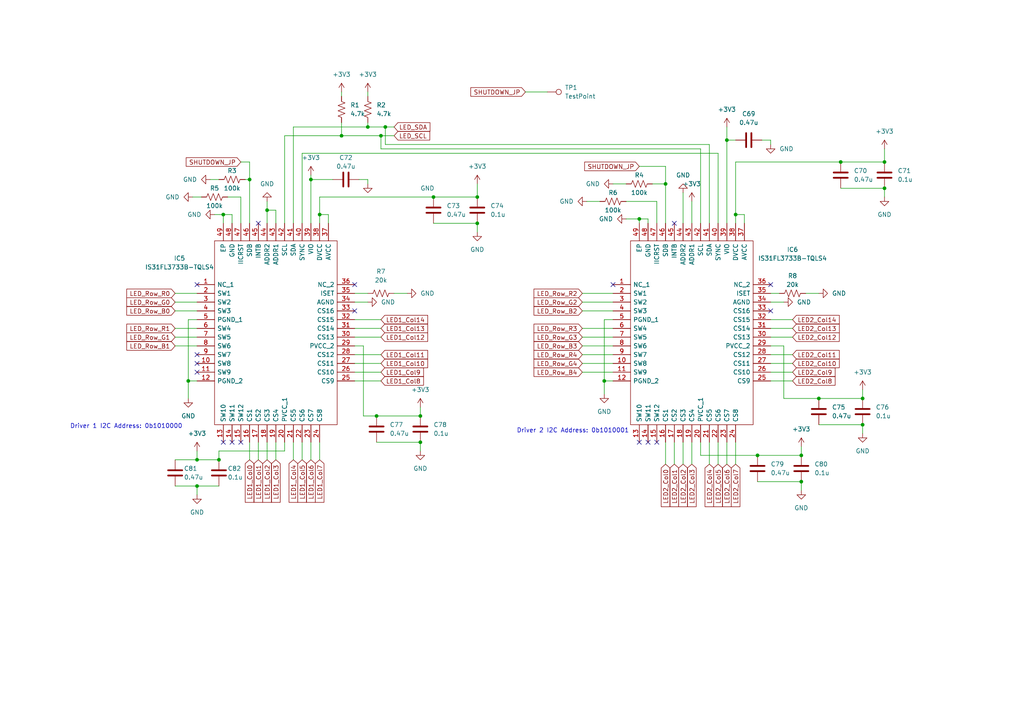
<source format=kicad_sch>
(kicad_sch (version 20211123) (generator eeschema)
  (paper "A4")
  (lib_symbols
    (symbol "Connector:TestPoint" (pin_numbers hide) (pin_names (offset 0.762) hide)
      (property "Reference" "TP" (at 0 6.858 0))
      (property "Value" "TestPoint" (at 0 5.08 0))
      (symbol "TestPoint_0_1"
        (circle (center 0 3.302) (radius 0.762))
      )
      (symbol "TestPoint_1_1"
        (pin passive line (at 0 0 90) (length 2.54) (name "1") (number "1"))
      )
    )
    (symbol "Device:C" (pin_numbers hide) (pin_names (offset 0.254))
      (property "Reference" "C" (at 0.635 2.54 0))
      (property "Value" "C" (at 0.635 -2.54 0))
      (symbol "C_0_1"
        (polyline (pts (xy -2.032 -0.762) (xy 2.032 -0.762)) (stroke (width 0.508)))
        (polyline (pts (xy -2.032 0.762) (xy 2.032 0.762)) (stroke (width 0.508)))
      )
      (symbol "C_1_1"
        (pin passive line (at 0 3.81 270) (length 2.794) (name "~") (number "1"))
        (pin passive line (at 0 -3.81 90) (length 2.794) (name "~") (number "2"))
      )
    )
    (symbol "Device:R_US" (pin_numbers hide) (pin_names (offset 0))
      (property "Reference" "R" (at 2.54 0 90))
      (property "Value" "R_US" (at -2.54 0 90))
      (symbol "R_US_0_1"
        (polyline (pts (xy 0 -2.286) (xy 0 -2.54)))
        (polyline (pts (xy 0 2.286) (xy 0 2.54)))
        (polyline (pts (xy 0 -0.762) (xy 1.016 -1.143) (xy 0 -1.524) (xy -1.016 -1.905) (xy 0 -2.286)))
        (polyline (pts (xy 0 0.762) (xy 1.016 0.381) (xy 0 0) (xy -1.016 -0.381) (xy 0 -0.762)))
        (polyline (pts (xy 0 2.286) (xy 1.016 1.905) (xy 0 1.524) (xy -1.016 1.143) (xy 0 0.762)))
      )
      (symbol "R_US_1_1"
        (pin passive line (at 0 3.81 270) (length 1.27) (name "~") (number "1"))
        (pin passive line (at 0 -3.81 90) (length 1.27) (name "~") (number "2"))
      )
    )
    (symbol "SamacSys_Parts:IS31FL3733B-TQLS4" (pin_names (offset 0.762))
      (property "Reference" "IC" (at 41.91 17.78 0))
      (property "Value" "IS31FL3733B-TQLS4" (at 41.91 15.24 0))
      (symbol "IS31FL3733B-TQLS4_0_0"
        (pin passive line (at 0 0 0) (length 5.08) (name "NC_1") (number "1"))
        (pin passive line (at 0 -22.86 0) (length 5.08) (name "SW8") (number "10"))
        (pin passive line (at 0 -25.4 0) (length 5.08) (name "SW9") (number "11"))
        (pin passive line (at 0 -27.94 0) (length 5.08) (name "PGND_2") (number "12"))
        (pin passive line (at 7.62 -45.72 90) (length 5.08) (name "SW10") (number "13"))
        (pin passive line (at 10.16 -45.72 90) (length 5.08) (name "SW11") (number "14"))
        (pin passive line (at 12.7 -45.72 90) (length 5.08) (name "SW12") (number "15"))
        (pin passive line (at 15.24 -45.72 90) (length 5.08) (name "CS1") (number "16"))
        (pin passive line (at 17.78 -45.72 90) (length 5.08) (name "CS2") (number "17"))
        (pin passive line (at 20.32 -45.72 90) (length 5.08) (name "CS3") (number "18"))
        (pin passive line (at 22.86 -45.72 90) (length 5.08) (name "CS4") (number "19"))
        (pin passive line (at 0 -2.54 0) (length 5.08) (name "SW1") (number "2"))
        (pin passive line (at 25.4 -45.72 90) (length 5.08) (name "PVCC_1") (number "20"))
        (pin passive line (at 27.94 -45.72 90) (length 5.08) (name "CS5") (number "21"))
        (pin passive line (at 30.48 -45.72 90) (length 5.08) (name "CS6") (number "22"))
        (pin passive line (at 33.02 -45.72 90) (length 5.08) (name "CS7") (number "23"))
        (pin passive line (at 35.56 -45.72 90) (length 5.08) (name "CS8") (number "24"))
        (pin passive line (at 45.72 -27.94 180) (length 5.08) (name "CS9") (number "25"))
        (pin passive line (at 45.72 -25.4 180) (length 5.08) (name "CS10") (number "26"))
        (pin passive line (at 45.72 -22.86 180) (length 5.08) (name "CS11") (number "27"))
        (pin passive line (at 45.72 -20.32 180) (length 5.08) (name "CS12") (number "28"))
        (pin passive line (at 45.72 -17.78 180) (length 5.08) (name "PVCC_2") (number "29"))
        (pin passive line (at 0 -5.08 0) (length 5.08) (name "SW2") (number "3"))
        (pin passive line (at 45.72 -15.24 180) (length 5.08) (name "CS13") (number "30"))
        (pin passive line (at 45.72 -12.7 180) (length 5.08) (name "CS14") (number "31"))
        (pin passive line (at 45.72 -10.16 180) (length 5.08) (name "CS15") (number "32"))
        (pin passive line (at 45.72 -7.62 180) (length 5.08) (name "CS16") (number "33"))
        (pin passive line (at 45.72 -5.08 180) (length 5.08) (name "AGND") (number "34"))
        (pin passive line (at 45.72 -2.54 180) (length 5.08) (name "ISET") (number "35"))
        (pin passive line (at 45.72 0 180) (length 5.08) (name "NC_2") (number "36"))
        (pin passive line (at 38.1 17.78 270) (length 5.08) (name "AVCC") (number "37"))
        (pin passive line (at 35.56 17.78 270) (length 5.08) (name "DVCC") (number "38"))
        (pin passive line (at 33.02 17.78 270) (length 5.08) (name "VIO") (number "39"))
        (pin passive line (at 0 -7.62 0) (length 5.08) (name "SW3") (number "4"))
        (pin passive line (at 30.48 17.78 270) (length 5.08) (name "SYNC") (number "40"))
        (pin passive line (at 27.94 17.78 270) (length 5.08) (name "SDA") (number "41"))
        (pin passive line (at 25.4 17.78 270) (length 5.08) (name "SCL") (number "42"))
        (pin passive line (at 22.86 17.78 270) (length 5.08) (name "ADDR1") (number "43"))
        (pin passive line (at 20.32 17.78 270) (length 5.08) (name "ADDR2") (number "44"))
        (pin passive line (at 17.78 17.78 270) (length 5.08) (name "INTB") (number "45"))
        (pin passive line (at 15.24 17.78 270) (length 5.08) (name "SDB") (number "46"))
        (pin passive line (at 12.7 17.78 270) (length 5.08) (name "IICRST") (number "47"))
        (pin passive line (at 10.16 17.78 270) (length 5.08) (name "GND") (number "48"))
        (pin passive line (at 7.62 17.78 270) (length 5.08) (name "EP") (number "49"))
        (pin passive line (at 0 -10.16 0) (length 5.08) (name "PGND_1") (number "5"))
        (pin passive line (at 0 -12.7 0) (length 5.08) (name "SW4") (number "6"))
        (pin passive line (at 0 -15.24 0) (length 5.08) (name "SW5") (number "7"))
        (pin passive line (at 0 -17.78 0) (length 5.08) (name "SW6") (number "8"))
        (pin passive line (at 0 -20.32 0) (length 5.08) (name "SW7") (number "9"))
      )
      (symbol "IS31FL3733B-TQLS4_0_1"
        (polyline (pts (xy 5.08 12.7) (xy 40.64 12.7) (xy 40.64 -40.64) (xy 5.08 -40.64) (xy 5.08 12.7)) (stroke (width 0.1524)))
      )
    )
    (symbol "power:+3.3V" (power) (pin_names (offset 0))
      (property "Value" "+3.3V" (at 0 3.556 0))
      (symbol "+3.3V_0_1"
        (polyline (pts (xy -0.762 1.27) (xy 0 2.54)))
        (polyline (pts (xy 0 0) (xy 0 2.54)))
        (polyline (pts (xy 0 2.54) (xy 0.762 1.27)))
      )
      (symbol "+3.3V_1_1"
        (pin power_in line (at 0 0 90) (length 0) hide (name "+3V3") (number "1"))
      )
    )
    (symbol "power:GND" (power) (pin_names (offset 0))
      (property "Value" "GND" (at 0 -3.81 0))
      (symbol "GND_0_1"
        (polyline (pts (xy 0 0) (xy 0 -1.27) (xy 1.27 -1.27) (xy 0 -2.54) (xy -1.27 -1.27) (xy 0 -1.27)))
      )
      (symbol "GND_1_1"
        (pin power_in line (at 0 0 270) (length 0) hide (name "GND") (number "1"))
      )
    )
  )
  (junction (at 256.54 46.99))
  (junction (at 92.71 62.23))
  (junction (at 110.49 39.37))
  (junction (at 175.26 110.49))
  (junction (at 125.73 57.15))
  (junction (at 99.06 39.37))
  (junction (at 232.41 139.7))
  (junction (at 185.42 63.5))
  (junction (at 121.92 128.27))
  (junction (at 232.41 132.08))
  (junction (at 219.71 132.08))
  (junction (at 250.19 115.57))
  (junction (at 57.15 133.35))
  (junction (at 72.39 52.07))
  (junction (at 54.61 110.49))
  (junction (at 111.76 36.83))
  (junction (at 138.43 57.15))
  (junction (at 90.17 52.07))
  (junction (at 237.49 115.57))
  (junction (at 243.84 46.99))
  (junction (at 77.47 60.96))
  (junction (at 193.04 53.34))
  (junction (at 109.22 120.65))
  (junction (at 57.15 140.97))
  (junction (at 64.77 62.23))
  (junction (at 106.68 36.83))
  (junction (at 210.82 40.64))
  (junction (at 250.19 123.19))
  (junction (at 121.92 120.65))
  (junction (at 138.43 64.77))
  (junction (at 63.5 133.35))
  (junction (at 213.36 62.23))
  (junction (at 256.54 54.61))
  (no_connect (at 223.52 82.55))
  (no_connect (at 187.96 128.27))
  (no_connect (at 223.52 90.17))
  (no_connect (at 57.15 102.87))
  (no_connect (at 67.31 128.27))
  (no_connect (at 64.77 128.27))
  (no_connect (at 102.87 82.55))
  (no_connect (at 190.5 128.27))
  (no_connect (at 102.87 90.17))
  (no_connect (at 57.15 82.55))
  (no_connect (at 177.8 82.55))
  (no_connect (at 195.58 64.77))
  (no_connect (at 185.42 128.27))
  (no_connect (at 57.15 107.95))
  (no_connect (at 57.15 105.41))
  (no_connect (at 69.85 128.27))
  (no_connect (at 74.93 64.77))
  (wire (pts (xy 111.76 41.91) (xy 111.76 36.83)))
  (wire (pts (xy 102.87 97.79) (xy 110.49 97.79)))
  (wire (pts (xy 77.47 60.96) (xy 77.47 64.77)))
  (wire (pts (xy 223.52 40.64) (xy 223.52 41.91)))
  (wire (pts (xy 223.52 97.79) (xy 229.87 97.79)))
  (wire (pts (xy 138.43 53.34) (xy 138.43 57.15)))
  (wire (pts (xy 110.49 39.37) (xy 114.3 39.37)))
  (wire (pts (xy 220.98 40.64) (xy 223.52 40.64)))
  (wire (pts (xy 102.87 87.63) (xy 106.68 87.63)))
  (wire (pts (xy 125.73 57.15) (xy 138.43 57.15)))
  (wire (pts (xy 54.61 110.49) (xy 57.15 110.49)))
  (wire (pts (xy 54.61 110.49) (xy 54.61 115.57)))
  (wire (pts (xy 200.66 128.27) (xy 200.66 134.62)))
  (wire (pts (xy 57.15 87.63) (xy 50.8 87.63)))
  (wire (pts (xy 106.68 36.83) (xy 111.76 36.83)))
  (wire (pts (xy 243.84 54.61) (xy 256.54 54.61)))
  (wire (pts (xy 210.82 36.83) (xy 210.82 40.64)))
  (wire (pts (xy 90.17 128.27) (xy 90.17 133.35)))
  (wire (pts (xy 121.92 128.27) (xy 121.92 130.81)))
  (wire (pts (xy 168.91 107.95) (xy 177.8 107.95)))
  (wire (pts (xy 200.66 58.42) (xy 200.66 64.77)))
  (wire (pts (xy 205.74 41.91) (xy 111.76 41.91)))
  (wire (pts (xy 205.74 64.77) (xy 205.74 41.91)))
  (wire (pts (xy 57.15 143.51) (xy 57.15 140.97)))
  (wire (pts (xy 185.42 63.5) (xy 185.42 64.77)))
  (wire (pts (xy 111.76 36.83) (xy 114.3 36.83)))
  (wire (pts (xy 67.31 62.23) (xy 64.77 62.23)))
  (wire (pts (xy 175.26 110.49) (xy 177.8 110.49)))
  (wire (pts (xy 185.42 63.5) (xy 181.61 63.5)))
  (wire (pts (xy 203.2 64.77) (xy 203.2 43.18)))
  (wire (pts (xy 198.12 128.27) (xy 198.12 134.62)))
  (wire (pts (xy 57.15 133.35) (xy 63.5 133.35)))
  (wire (pts (xy 193.04 53.34) (xy 193.04 64.77)))
  (wire (pts (xy 90.17 52.07) (xy 90.17 64.77)))
  (wire (pts (xy 67.31 64.77) (xy 67.31 62.23)))
  (wire (pts (xy 57.15 133.35) (xy 50.8 133.35)))
  (wire (pts (xy 210.82 40.64) (xy 210.82 64.77)))
  (wire (pts (xy 168.91 102.87) (xy 177.8 102.87)))
  (wire (pts (xy 87.63 44.45) (xy 208.28 44.45)))
  (wire (pts (xy 64.77 62.23) (xy 62.23 62.23)))
  (wire (pts (xy 102.87 107.95) (xy 110.49 107.95)))
  (wire (pts (xy 203.2 128.27) (xy 203.2 132.08)))
  (wire (pts (xy 237.49 85.09) (xy 233.68 85.09)))
  (wire (pts (xy 219.71 139.7) (xy 232.41 139.7)))
  (wire (pts (xy 99.06 39.37) (xy 110.49 39.37)))
  (wire (pts (xy 232.41 139.7) (xy 232.41 142.24)))
  (wire (pts (xy 69.85 46.99) (xy 72.39 46.99)))
  (wire (pts (xy 168.91 85.09) (xy 177.8 85.09)))
  (wire (pts (xy 223.52 105.41) (xy 229.87 105.41)))
  (wire (pts (xy 250.19 113.03) (xy 250.19 115.57)))
  (wire (pts (xy 177.8 92.71) (xy 175.26 92.71)))
  (wire (pts (xy 168.91 87.63) (xy 177.8 87.63)))
  (wire (pts (xy 92.71 62.23) (xy 92.71 64.77)))
  (wire (pts (xy 82.55 128.27) (xy 82.55 130.81)))
  (wire (pts (xy 77.47 58.42) (xy 77.47 60.96)))
  (wire (pts (xy 190.5 64.77) (xy 190.5 58.42)))
  (wire (pts (xy 102.87 95.25) (xy 110.49 95.25)))
  (wire (pts (xy 57.15 85.09) (xy 50.8 85.09)))
  (wire (pts (xy 85.09 64.77) (xy 85.09 36.83)))
  (wire (pts (xy 125.73 64.77) (xy 138.43 64.77)))
  (wire (pts (xy 193.04 128.27) (xy 193.04 134.62)))
  (wire (pts (xy 77.47 128.27) (xy 77.47 133.35)))
  (wire (pts (xy 82.55 130.81) (xy 63.5 130.81)))
  (wire (pts (xy 121.92 118.11) (xy 121.92 120.65)))
  (wire (pts (xy 64.77 64.77) (xy 64.77 62.23)))
  (wire (pts (xy 223.52 110.49) (xy 229.87 110.49)))
  (wire (pts (xy 213.36 62.23) (xy 213.36 46.99)))
  (wire (pts (xy 102.87 105.41) (xy 110.49 105.41)))
  (wire (pts (xy 208.28 44.45) (xy 208.28 64.77)))
  (wire (pts (xy 92.71 128.27) (xy 92.71 133.35)))
  (wire (pts (xy 95.25 64.77) (xy 95.25 62.23)))
  (wire (pts (xy 99.06 35.56) (xy 99.06 39.37)))
  (wire (pts (xy 187.96 64.77) (xy 187.96 63.5)))
  (wire (pts (xy 193.04 48.26) (xy 193.04 53.34)))
  (wire (pts (xy 219.71 132.08) (xy 232.41 132.08)))
  (wire (pts (xy 102.87 92.71) (xy 110.49 92.71)))
  (wire (pts (xy 213.36 62.23) (xy 215.9 62.23)))
  (wire (pts (xy 168.91 97.79) (xy 177.8 97.79)))
  (wire (pts (xy 223.52 92.71) (xy 229.87 92.71)))
  (wire (pts (xy 69.85 57.15) (xy 69.85 64.77)))
  (wire (pts (xy 90.17 50.8) (xy 90.17 52.07)))
  (wire (pts (xy 109.22 128.27) (xy 121.92 128.27)))
  (wire (pts (xy 80.01 60.96) (xy 77.47 60.96)))
  (wire (pts (xy 223.52 95.25) (xy 229.87 95.25)))
  (wire (pts (xy 102.87 85.09) (xy 106.68 85.09)))
  (wire (pts (xy 256.54 54.61) (xy 256.54 57.15)))
  (wire (pts (xy 177.8 53.34) (xy 181.61 53.34)))
  (wire (pts (xy 232.41 129.54) (xy 232.41 132.08)))
  (wire (pts (xy 71.12 52.07) (xy 72.39 52.07)))
  (wire (pts (xy 203.2 43.18) (xy 110.49 43.18)))
  (wire (pts (xy 92.71 57.15) (xy 92.71 62.23)))
  (wire (pts (xy 168.91 100.33) (xy 177.8 100.33)))
  (wire (pts (xy 168.91 105.41) (xy 177.8 105.41)))
  (wire (pts (xy 227.33 115.57) (xy 237.49 115.57)))
  (wire (pts (xy 109.22 120.65) (xy 121.92 120.65)))
  (wire (pts (xy 90.17 52.07) (xy 96.52 52.07)))
  (wire (pts (xy 223.52 87.63) (xy 227.33 87.63)))
  (wire (pts (xy 92.71 57.15) (xy 125.73 57.15)))
  (wire (pts (xy 138.43 64.77) (xy 138.43 67.31)))
  (wire (pts (xy 118.11 85.09) (xy 114.3 85.09)))
  (wire (pts (xy 87.63 128.27) (xy 87.63 133.35)))
  (wire (pts (xy 63.5 130.81) (xy 63.5 133.35)))
  (wire (pts (xy 237.49 115.57) (xy 250.19 115.57)))
  (wire (pts (xy 74.93 128.27) (xy 74.93 133.35)))
  (wire (pts (xy 87.63 64.77) (xy 87.63 44.45)))
  (wire (pts (xy 104.14 52.07) (xy 106.68 52.07)))
  (wire (pts (xy 106.68 35.56) (xy 106.68 36.83)))
  (wire (pts (xy 168.91 95.25) (xy 177.8 95.25)))
  (wire (pts (xy 106.68 52.07) (xy 106.68 53.34)))
  (wire (pts (xy 237.49 123.19) (xy 250.19 123.19)))
  (wire (pts (xy 256.54 43.18) (xy 256.54 46.99)))
  (wire (pts (xy 105.41 120.65) (xy 109.22 120.65)))
  (wire (pts (xy 82.55 39.37) (xy 99.06 39.37)))
  (wire (pts (xy 189.23 53.34) (xy 193.04 53.34)))
  (wire (pts (xy 54.61 92.71) (xy 54.61 110.49)))
  (wire (pts (xy 175.26 92.71) (xy 175.26 110.49)))
  (wire (pts (xy 72.39 128.27) (xy 72.39 133.35)))
  (wire (pts (xy 66.04 57.15) (xy 69.85 57.15)))
  (wire (pts (xy 168.91 90.17) (xy 177.8 90.17)))
  (wire (pts (xy 85.09 36.83) (xy 106.68 36.83)))
  (wire (pts (xy 205.74 128.27) (xy 205.74 134.62)))
  (wire (pts (xy 80.01 128.27) (xy 80.01 133.35)))
  (wire (pts (xy 72.39 52.07) (xy 72.39 64.77)))
  (wire (pts (xy 210.82 128.27) (xy 210.82 134.62)))
  (wire (pts (xy 72.39 46.99) (xy 72.39 52.07)))
  (wire (pts (xy 57.15 97.79) (xy 50.8 97.79)))
  (wire (pts (xy 85.09 128.27) (xy 85.09 133.35)))
  (wire (pts (xy 213.36 64.77) (xy 213.36 62.23)))
  (wire (pts (xy 175.26 110.49) (xy 175.26 114.3)))
  (wire (pts (xy 110.49 43.18) (xy 110.49 39.37)))
  (wire (pts (xy 57.15 130.81) (xy 57.15 133.35)))
  (wire (pts (xy 60.96 52.07) (xy 63.5 52.07)))
  (wire (pts (xy 213.36 128.27) (xy 213.36 134.62)))
  (wire (pts (xy 57.15 100.33) (xy 50.8 100.33)))
  (wire (pts (xy 198.12 55.88) (xy 198.12 64.77)))
  (wire (pts (xy 55.88 57.15) (xy 58.42 57.15)))
  (wire (pts (xy 170.18 58.42) (xy 173.99 58.42)))
  (wire (pts (xy 57.15 95.25) (xy 50.8 95.25)))
  (wire (pts (xy 50.8 140.97) (xy 57.15 140.97)))
  (wire (pts (xy 243.84 46.99) (xy 256.54 46.99)))
  (wire (pts (xy 185.42 48.26) (xy 193.04 48.26)))
  (wire (pts (xy 102.87 102.87) (xy 110.49 102.87)))
  (wire (pts (xy 102.87 100.33) (xy 105.41 100.33)))
  (wire (pts (xy 105.41 100.33) (xy 105.41 120.65)))
  (wire (pts (xy 250.19 123.19) (xy 250.19 125.73)))
  (wire (pts (xy 223.52 100.33) (xy 227.33 100.33)))
  (wire (pts (xy 99.06 26.67) (xy 99.06 27.94)))
  (wire (pts (xy 208.28 128.27) (xy 208.28 134.62)))
  (wire (pts (xy 57.15 92.71) (xy 54.61 92.71)))
  (wire (pts (xy 82.55 64.77) (xy 82.55 39.37)))
  (wire (pts (xy 106.68 26.67) (xy 106.68 27.94)))
  (wire (pts (xy 190.5 58.42) (xy 181.61 58.42)))
  (wire (pts (xy 102.87 110.49) (xy 110.49 110.49)))
  (wire (pts (xy 223.52 107.95) (xy 229.87 107.95)))
  (wire (pts (xy 80.01 64.77) (xy 80.01 60.96)))
  (wire (pts (xy 195.58 128.27) (xy 195.58 134.62)))
  (wire (pts (xy 213.36 46.99) (xy 243.84 46.99)))
  (wire (pts (xy 215.9 64.77) (xy 215.9 62.23)))
  (wire (pts (xy 223.52 85.09) (xy 226.06 85.09)))
  (wire (pts (xy 95.25 62.23) (xy 92.71 62.23)))
  (wire (pts (xy 57.15 90.17) (xy 50.8 90.17)))
  (wire (pts (xy 152.4 26.67) (xy 158.75 26.67)))
  (wire (pts (xy 227.33 100.33) (xy 227.33 115.57)))
  (wire (pts (xy 187.96 63.5) (xy 185.42 63.5)))
  (wire (pts (xy 57.15 140.97) (xy 63.5 140.97)))
  (wire (pts (xy 223.52 102.87) (xy 229.87 102.87)))
  (wire (pts (xy 203.2 132.08) (xy 219.71 132.08)))
  (wire (pts (xy 210.82 40.64) (xy 213.36 40.64)))
  (text "Driver 2 I2C Address: 0b1010001" (at 149.86 125.73 0) (effects (font (size 1.27 1.27)) (justify left bottom)))
  (text "Driver 1 I2C Address: 0b1010000" (at 20.32 124.46 0) (effects (font (size 1.27 1.27)) (justify left bottom)))
  (global_label "LED_Row_G2" (shape input) (at 168.91 87.63 180) (property "Intersheet References" "${INTERSHEET_REFS}" (effects hide)))
  (global_label "LED1_Col14" (shape input) (at 110.49 92.71 0) (property "Intersheet References" "${INTERSHEET_REFS}" (effects hide)))
  (global_label "LED1_Col8" (shape input) (at 110.49 110.49 0) (property "Intersheet References" "${INTERSHEET_REFS}" (effects hide)))
  (global_label "LED1_Col7" (shape input) (at 92.71 133.35 270) (property "Intersheet References" "${INTERSHEET_REFS}" (effects hide)))
  (global_label "LED2_Col5" (shape input) (at 208.28 134.62 270) (property "Intersheet References" "${INTERSHEET_REFS}" (effects hide)))
  (global_label "LED_Row_G0" (shape input) (at 50.8 87.63 180) (property "Intersheet References" "${INTERSHEET_REFS}" (effects hide)))
  (global_label "SHUTDOWN_JP" (shape input) (at 185.42 48.26 180) (property "Intersheet References" "${INTERSHEET_REFS}" (effects hide)))
  (global_label "LED1_Col9" (shape input) (at 110.49 107.95 0) (property "Intersheet References" "${INTERSHEET_REFS}" (effects hide)))
  (global_label "LED2_Col2" (shape input) (at 198.12 134.62 270) (property "Intersheet References" "${INTERSHEET_REFS}" (effects hide)))
  (global_label "LED_Row_G3" (shape input) (at 168.91 97.79 180) (property "Intersheet References" "${INTERSHEET_REFS}" (effects hide)))
  (global_label "LED1_Col5" (shape input) (at 87.63 133.35 270) (property "Intersheet References" "${INTERSHEET_REFS}" (effects hide)))
  (global_label "LED_Row_R2" (shape input) (at 168.91 85.09 180) (property "Intersheet References" "${INTERSHEET_REFS}" (effects hide)))
  (global_label "LED2_Col3" (shape input) (at 200.66 134.62 270) (property "Intersheet References" "${INTERSHEET_REFS}" (effects hide)))
  (global_label "LED_Row_B2" (shape input) (at 168.91 90.17 180) (property "Intersheet References" "${INTERSHEET_REFS}" (effects hide)))
  (global_label "LED_SDA" (shape input) (at 114.3 36.83 0) (property "Intersheet References" "${INTERSHEET_REFS}" (effects hide)))
  (global_label "SHUTDOWN_JP" (shape input) (at 69.85 46.99 180) (property "Intersheet References" "${INTERSHEET_REFS}" (effects hide)))
  (global_label "LED_Row_R3" (shape input) (at 168.91 95.25 180) (property "Intersheet References" "${INTERSHEET_REFS}" (effects hide)))
  (global_label "LED_Row_R4" (shape input) (at 168.91 102.87 180) (property "Intersheet References" "${INTERSHEET_REFS}" (effects hide)))
  (global_label "LED1_Col4" (shape input) (at 85.09 133.35 270) (property "Intersheet References" "${INTERSHEET_REFS}" (effects hide)))
  (global_label "LED2_Col0" (shape input) (at 193.04 134.62 270) (property "Intersheet References" "${INTERSHEET_REFS}" (effects hide)))
  (global_label "LED1_Col10" (shape input) (at 110.49 105.41 0) (property "Intersheet References" "${INTERSHEET_REFS}" (effects hide)))
  (global_label "LED2_Col9" (shape input) (at 229.87 107.95 0) (property "Intersheet References" "${INTERSHEET_REFS}" (effects hide)))
  (global_label "LED2_Col1" (shape input) (at 195.58 134.62 270) (property "Intersheet References" "${INTERSHEET_REFS}" (effects hide)))
  (global_label "LED1_Col0" (shape input) (at 72.39 133.35 270) (property "Intersheet References" "${INTERSHEET_REFS}" (effects hide)))
  (global_label "LED_Row_R0" (shape input) (at 50.8 85.09 180) (property "Intersheet References" "${INTERSHEET_REFS}" (effects hide)))
  (global_label "LED_Row_G4" (shape input) (at 168.91 105.41 180) (property "Intersheet References" "${INTERSHEET_REFS}" (effects hide)))
  (global_label "LED1_Col12" (shape input) (at 110.49 97.79 0) (property "Intersheet References" "${INTERSHEET_REFS}" (effects hide)))
  (global_label "LED_Row_G1" (shape input) (at 50.8 97.79 180) (property "Intersheet References" "${INTERSHEET_REFS}" (effects hide)))
  (global_label "LED_Row_B1" (shape input) (at 50.8 100.33 180) (property "Intersheet References" "${INTERSHEET_REFS}" (effects hide)))
  (global_label "LED_Row_B4" (shape input) (at 168.91 107.95 180) (property "Intersheet References" "${INTERSHEET_REFS}" (effects hide)))
  (global_label "LED1_Col1" (shape input) (at 74.93 133.35 270) (property "Intersheet References" "${INTERSHEET_REFS}" (effects hide)))
  (global_label "LED_Row_B3" (shape input) (at 168.91 100.33 180) (property "Intersheet References" "${INTERSHEET_REFS}" (effects hide)))
  (global_label "LED2_Col6" (shape input) (at 210.82 134.62 270) (property "Intersheet References" "${INTERSHEET_REFS}" (effects hide)))
  (global_label "LED1_Col3" (shape input) (at 80.01 133.35 270) (property "Intersheet References" "${INTERSHEET_REFS}" (effects hide)))
  (global_label "SHUTDOWN_JP" (shape input) (at 152.4 26.67 180) (property "Intersheet References" "${INTERSHEET_REFS}" (effects hide)))
  (global_label "LED2_Col10" (shape input) (at 229.87 105.41 0) (property "Intersheet References" "${INTERSHEET_REFS}" (effects hide)))
  (global_label "LED2_Col8" (shape input) (at 229.87 110.49 0) (property "Intersheet References" "${INTERSHEET_REFS}" (effects hide)))
  (global_label "LED2_Col7" (shape input) (at 213.36 134.62 270) (property "Intersheet References" "${INTERSHEET_REFS}" (effects hide)))
  (global_label "LED1_Col6" (shape input) (at 90.17 133.35 270) (property "Intersheet References" "${INTERSHEET_REFS}" (effects hide)))
  (global_label "LED2_Col4" (shape input) (at 205.74 134.62 270) (property "Intersheet References" "${INTERSHEET_REFS}" (effects hide)))
  (global_label "LED2_Col13" (shape input) (at 229.87 95.25 0) (property "Intersheet References" "${INTERSHEET_REFS}" (effects hide)))
  (global_label "LED1_Col11" (shape input) (at 110.49 102.87 0) (property "Intersheet References" "${INTERSHEET_REFS}" (effects hide)))
  (global_label "LED2_Col14" (shape input) (at 229.87 92.71 0) (property "Intersheet References" "${INTERSHEET_REFS}" (effects hide)))
  (global_label "LED1_Col13" (shape input) (at 110.49 95.25 0) (property "Intersheet References" "${INTERSHEET_REFS}" (effects hide)))
  (global_label "LED_SCL" (shape input) (at 114.3 39.37 0) (property "Intersheet References" "${INTERSHEET_REFS}" (effects hide)))
  (global_label "LED_Row_B0" (shape input) (at 50.8 90.17 180) (property "Intersheet References" "${INTERSHEET_REFS}" (effects hide)))
  (global_label "LED2_Col12" (shape input) (at 229.87 97.79 0) (property "Intersheet References" "${INTERSHEET_REFS}" (effects hide)))
  (global_label "LED_Row_R1" (shape input) (at 50.8 95.25 180) (property "Intersheet References" "${INTERSHEET_REFS}" (effects hide)))
  (global_label "LED1_Col2" (shape input) (at 77.47 133.35 270) (property "Intersheet References" "${INTERSHEET_REFS}" (effects hide)))
  (global_label "LED2_Col11" (shape input) (at 229.87 102.87 0) (property "Intersheet References" "${INTERSHEET_REFS}" (effects hide)))
  (symbol (lib_id "power:GND") (at 227.33 87.63 90) (unit 1)
    (property "Reference" "#PWR0227" (effects hide))
    (property "Value" "GND" (at 231.14 87.6299 90) (effects (justify right)))
  )
  (symbol (lib_id "Device:C") (at 100.33 52.07 90) (unit 1)
    (property "Reference" "C72" (at 100.33 45.72 90))
    (property "Value" "0.47u" (at 100.33 48.26 90))
    (property "Footprint" "Capacitor_SMD:C_0603_1608Metric_Pad1.08x0.95mm_HandSolder" (effects hide))
  )
  (symbol (lib_id "Device:C") (at 121.92 124.46 0) (unit 1)
    (property "Reference" "C78" (at 125.73 123.1899 0) (effects (justify left)))
    (property "Value" "0.1u" (at 125.73 125.7299 0) (effects (justify left)))
    (property "Footprint" "Capacitor_SMD:C_0603_1608Metric_Pad1.08x0.95mm_HandSolder" (effects hide))
  )
  (symbol (lib_id "Device:R_US") (at 110.49 85.09 90) (unit 1)
    (property "Reference" "R7" (at 110.49 78.74 90))
    (property "Value" "20k" (at 110.49 81.28 90))
    (property "Footprint" "Resistor_SMD:R_0603_1608Metric_Pad0.98x0.95mm_HandSolder" (effects hide))
  )
  (symbol (lib_id "Connector:TestPoint") (at 158.75 26.67 270) (unit 1)
    (property "Reference" "TP1" (at 163.83 25.3999 90) (effects (justify left)))
    (property "Value" "TestPoint" (at 163.83 27.9399 90) (effects (justify left)))
    (property "Footprint" "TestPoint:TestPoint_Pad_D1.0mm" (effects hide))
  )
  (symbol (lib_id "power:GND") (at 118.11 85.09 90) (unit 1)
    (property "Reference" "#PWR0224" (effects hide))
    (property "Value" "GND" (at 121.92 85.0899 90) (effects (justify right)))
  )
  (symbol (lib_id "power:+3.3V") (at 232.41 129.54 0) (unit 1)
    (property "Reference" "#PWR0233" (effects hide))
    (property "Value" "+3.3V" (at 232.41 124.46 0))
  )
  (symbol (lib_id "power:GND") (at 181.61 63.5 270) (unit 1)
    (property "Reference" "#PWR0222" (effects hide))
    (property "Value" "GND" (at 177.8 63.4999 90) (effects (justify right)))
  )
  (symbol (lib_id "Device:C") (at 138.43 60.96 0) (unit 1)
    (property "Reference" "C74" (at 142.24 59.6899 0) (effects (justify left)))
    (property "Value" "0.1u" (at 142.24 62.2299 0) (effects (justify left)))
    (property "Footprint" "Capacitor_SMD:C_0603_1608Metric_Pad1.08x0.95mm_HandSolder" (effects hide))
  )
  (symbol (lib_id "Device:C") (at 50.8 137.16 0) (unit 1)
    (property "Reference" "C81" (at 53.34 135.89 0) (effects (justify left)))
    (property "Value" "0.47u" (at 53.34 138.43 0) (effects (justify left)))
    (property "Footprint" "Capacitor_SMD:C_0603_1608Metric_Pad1.08x0.95mm_HandSolder" (effects hide))
  )
  (symbol (lib_id "Device:R_US") (at 67.31 52.07 90) (unit 1)
    (property "Reference" "R3" (at 67.31 49.53 90))
    (property "Value" "100k" (at 67.31 54.61 90))
    (property "Footprint" "Resistor_SMD:R_0603_1608Metric_Pad0.98x0.95mm_HandSolder" (effects hide))
  )
  (symbol (lib_id "power:GND") (at 175.26 114.3 0) (unit 1)
    (property "Reference" "#PWR0229" (effects hide))
    (property "Value" "GND" (at 175.26 119.38 0))
  )
  (symbol (lib_id "Device:C") (at 219.71 135.89 0) (unit 1)
    (property "Reference" "C79" (at 223.52 134.6199 0) (effects (justify left)))
    (property "Value" "0.47u" (at 223.52 137.1599 0) (effects (justify left)))
    (property "Footprint" "Capacitor_SMD:C_0603_1608Metric_Pad1.08x0.95mm_HandSolder" (effects hide))
  )
  (symbol (lib_id "power:GND") (at 223.52 41.91 0) (unit 1)
    (property "Reference" "#PWR0208" (effects hide))
    (property "Value" "GND" (at 226.06 43.1799 0) (effects (justify left)))
  )
  (symbol (lib_id "power:+3.3V") (at 106.68 26.67 0) (unit 1)
    (property "Reference" "#PWR0206" (effects hide))
    (property "Value" "+3.3V" (at 106.68 21.59 0))
  )
  (symbol (lib_id "Device:C") (at 125.73 60.96 0) (unit 1)
    (property "Reference" "C73" (at 129.54 59.6899 0) (effects (justify left)))
    (property "Value" "0.47u" (at 129.54 62.2299 0) (effects (justify left)))
    (property "Footprint" "Capacitor_SMD:C_0603_1608Metric_Pad1.08x0.95mm_HandSolder" (effects hide))
  )
  (symbol (lib_id "Device:R_US") (at 229.87 85.09 90) (unit 1)
    (property "Reference" "R8" (at 229.87 80.01 90))
    (property "Value" "20k" (at 229.87 82.55 90))
    (property "Footprint" "Resistor_SMD:R_0603_1608Metric_Pad0.98x0.95mm_HandSolder" (effects hide))
  )
  (symbol (lib_id "power:GND") (at 54.61 115.57 0) (unit 1)
    (property "Reference" "#PWR0230" (effects hide))
    (property "Value" "GND" (at 54.61 120.65 0))
  )
  (symbol (lib_id "power:+3.3V") (at 250.19 113.03 0) (unit 1)
    (property "Reference" "#PWR0228" (effects hide))
    (property "Value" "+3.3V" (at 250.19 107.95 0))
  )
  (symbol (lib_id "Device:C") (at 250.19 119.38 0) (unit 1)
    (property "Reference" "C76" (at 254 118.1099 0) (effects (justify left)))
    (property "Value" "0.1u" (at 254 120.6499 0) (effects (justify left)))
    (property "Footprint" "Capacitor_SMD:C_0603_1608Metric_Pad1.08x0.95mm_HandSolder" (effects hide))
  )
  (symbol (lib_id "power:GND") (at 232.41 142.24 0) (unit 1)
    (property "Reference" "#PWR0236" (effects hide))
    (property "Value" "GND" (at 232.41 147.32 0))
  )
  (symbol (lib_id "Device:C") (at 109.22 124.46 0) (unit 1)
    (property "Reference" "C77" (at 113.03 123.1899 0) (effects (justify left)))
    (property "Value" "0.47u" (at 113.03 125.7299 0) (effects (justify left)))
    (property "Footprint" "Capacitor_SMD:C_0603_1608Metric_Pad1.08x0.95mm_HandSolder" (effects hide))
  )
  (symbol (lib_id "power:GND") (at 250.19 125.73 0) (unit 1)
    (property "Reference" "#PWR0232" (effects hide))
    (property "Value" "GND" (at 250.19 130.81 0))
  )
  (symbol (lib_id "power:GND") (at 77.47 58.42 180) (unit 1)
    (property "Reference" "#PWR0218" (effects hide))
    (property "Value" "GND" (at 77.47 53.34 0))
  )
  (symbol (lib_id "power:GND") (at 198.12 55.88 180) (unit 1)
    (property "Reference" "#PWR0215" (effects hide))
    (property "Value" "GND" (at 198.12 50.8 0))
  )
  (symbol (lib_id "power:GND") (at 62.23 62.23 270) (unit 1)
    (property "Reference" "#PWR0221" (effects hide))
    (property "Value" "GND" (at 58.42 62.2299 90) (effects (justify right)))
  )
  (symbol (lib_id "power:GND") (at 55.88 57.15 270) (unit 1)
    (property "Reference" "#PWR0216" (effects hide))
    (property "Value" "GND" (at 52.07 57.1499 90) (effects (justify right)))
  )
  (symbol (lib_id "Device:C") (at 237.49 119.38 0) (unit 1)
    (property "Reference" "C75" (at 241.3 118.1099 0) (effects (justify left)))
    (property "Value" "0.47u" (at 241.3 120.6499 0) (effects (justify left)))
    (property "Footprint" "Capacitor_SMD:C_0603_1608Metric_Pad1.08x0.95mm_HandSolder" (effects hide))
  )
  (symbol (lib_id "SamacSys_Parts:IS31FL3733B-TQLS4") (at 177.8 82.55 0) (unit 1)
    (property "Reference" "IC6" (at 229.87 72.39 0))
    (property "Value" "IS31FL3733B-TQLS4" (at 229.87 74.93 0))
    (property "Footprint" "SamacSys_Parts:QFP50P900X900X120-49N" (effects hide))
    (property "Datasheet" "https://www.lumissil.com/assets/pdf/core/IS31FL3733B_DS.pdf" (effects hide))
    (property "Description" "Integrated Silicon Solution Inc 12 16 Dot Matrix LED Drive with individual auto breath function, eTQFP-48 (9.0mm x 9.0mm)" (effects hide))
    (property "Height" "1.2" (effects hide))
    (property "Manufacturer_Name" "Lumissil" (effects hide))
    (property "Manufacturer_Part_Number" "IS31FL3733B-TQLS4" (effects hide))
    (property "Mouser Part Number" "870-IS313733B-TQLS4" (effects hide))
    (property "Mouser Price/Stock" "https://www.mouser.co.uk/ProductDetail/Lumissil/IS31FL3733B-TQLS4?qs=sPbYRqrBIVnVItISO7hRKQ%3D%3D" (effects hide))
  )
  (symbol (lib_id "power:+3.3V") (at 210.82 36.83 0) (unit 1)
    (property "Reference" "#PWR0207" (effects hide))
    (property "Value" "+3.3V" (at 210.82 31.75 0))
  )
  (symbol (lib_id "power:+3.3V") (at 200.66 58.42 0) (unit 1)
    (property "Reference" "#PWR0220" (effects hide))
    (property "Value" "+3.3V" (at 200.66 53.34 0))
  )
  (symbol (lib_id "Device:R_US") (at 99.06 31.75 0) (unit 1)
    (property "Reference" "R1" (at 101.6 30.4799 0) (effects (justify left)))
    (property "Value" "4.7k" (at 101.6 33.0199 0) (effects (justify left)))
    (property "Footprint" "Resistor_SMD:R_0603_1608Metric_Pad0.98x0.95mm_HandSolder" (effects hide))
  )
  (symbol (lib_id "power:GND") (at 170.18 58.42 270) (unit 1)
    (property "Reference" "#PWR0219" (effects hide))
    (property "Value" "GND" (at 166.37 58.4199 90) (effects (justify right)))
  )
  (symbol (lib_id "power:+3.3V") (at 90.17 50.8 0) (unit 1)
    (property "Reference" "#PWR0210" (effects hide))
    (property "Value" "+3.3V" (at 90.17 45.72 0))
  )
  (symbol (lib_id "Device:C") (at 63.5 137.16 0) (unit 1)
    (property "Reference" "C82" (at 66.04 135.89 0) (effects (justify left)))
    (property "Value" "0.1u" (at 66.04 138.43 0) (effects (justify left)))
    (property "Footprint" "Capacitor_SMD:C_0603_1608Metric_Pad1.08x0.95mm_HandSolder" (effects hide))
  )
  (symbol (lib_id "power:GND") (at 60.96 52.07 270) (unit 1)
    (property "Reference" "#PWR0211" (effects hide))
    (property "Value" "GND" (at 57.15 52.0699 90) (effects (justify right)))
  )
  (symbol (lib_id "Device:R_US") (at 62.23 57.15 90) (unit 1)
    (property "Reference" "R5" (at 62.23 54.61 90))
    (property "Value" "100k" (at 62.23 59.69 90))
    (property "Footprint" "Resistor_SMD:R_0603_1608Metric_Pad0.98x0.95mm_HandSolder" (effects hide))
  )
  (symbol (lib_id "Device:R_US") (at 185.42 53.34 90) (unit 1)
    (property "Reference" "R4" (at 185.42 50.8 90))
    (property "Value" "100k" (at 185.42 55.88 90))
    (property "Footprint" "Resistor_SMD:R_0603_1608Metric_Pad0.98x0.95mm_HandSolder" (effects hide))
  )
  (symbol (lib_id "Device:C") (at 243.84 50.8 0) (unit 1)
    (property "Reference" "C70" (at 247.65 49.5299 0) (effects (justify left)))
    (property "Value" "0.47u" (at 247.65 52.0699 0) (effects (justify left)))
    (property "Footprint" "Capacitor_SMD:C_0603_1608Metric_Pad1.08x0.95mm_HandSolder" (effects hide))
  )
  (symbol (lib_id "power:GND") (at 237.49 85.09 90) (unit 1)
    (property "Reference" "#PWR0225" (effects hide))
    (property "Value" "GND" (at 241.3 85.0899 90) (effects (justify right)))
  )
  (symbol (lib_id "SamacSys_Parts:IS31FL3733B-TQLS4") (at 57.15 82.55 0) (unit 1)
    (property "Reference" "IC5" (at 52.07 74.93 0))
    (property "Value" "IS31FL3733B-TQLS4" (at 52.07 77.47 0))
    (property "Footprint" "SamacSys_Parts:QFP50P900X900X120-49N" (effects hide))
    (property "Datasheet" "https://www.lumissil.com/assets/pdf/core/IS31FL3733B_DS.pdf" (effects hide))
    (property "Description" "Integrated Silicon Solution Inc 12 16 Dot Matrix LED Drive with individual auto breath function, eTQFP-48 (9.0mm x 9.0mm)" (effects hide))
    (property "Height" "1.2" (effects hide))
    (property "Manufacturer_Name" "Lumissil" (effects hide))
    (property "Manufacturer_Part_Number" "IS31FL3733B-TQLS4" (effects hide))
    (property "Mouser Part Number" "870-IS313733B-TQLS4" (effects hide))
    (property "Mouser Price/Stock" "https://www.mouser.co.uk/ProductDetail/Lumissil/IS31FL3733B-TQLS4?qs=sPbYRqrBIVnVItISO7hRKQ%3D%3D" (effects hide))
  )
  (symbol (lib_id "power:+3.3V") (at 138.43 53.34 0) (unit 1)
    (property "Reference" "#PWR0213" (effects hide))
    (property "Value" "+3.3V" (at 138.43 48.26 0))
  )
  (symbol (lib_id "power:GND") (at 177.8 53.34 270) (unit 1)
    (property "Reference" "#PWR0214" (effects hide))
    (property "Value" "GND" (at 173.99 53.3399 90) (effects (justify right)))
  )
  (symbol (lib_id "power:GND") (at 57.15 143.51 0) (unit 1)
    (property "Reference" "#PWR0237" (effects hide))
    (property "Value" "GND" (at 57.15 148.59 0))
  )
  (symbol (lib_id "Device:R_US") (at 177.8 58.42 90) (unit 1)
    (property "Reference" "R6" (at 177.8 55.88 90))
    (property "Value" "100k" (at 177.8 60.96 90))
    (property "Footprint" "Resistor_SMD:R_0603_1608Metric_Pad0.98x0.95mm_HandSolder" (effects hide))
  )
  (symbol (lib_id "Device:C") (at 217.17 40.64 90) (unit 1)
    (property "Reference" "C69" (at 217.17 33.02 90))
    (property "Value" "0.47u" (at 217.17 35.56 90))
    (property "Footprint" "Capacitor_SMD:C_0603_1608Metric_Pad1.08x0.95mm_HandSolder" (effects hide))
  )
  (symbol (lib_id "power:GND") (at 106.68 53.34 0) (unit 1)
    (property "Reference" "#PWR0212" (effects hide))
    (property "Value" "GND" (at 121.92 54.6099 0) (effects (justify left)))
  )
  (symbol (lib_id "power:+3.3V") (at 57.15 130.81 0) (unit 1)
    (property "Reference" "#PWR0234" (effects hide))
    (property "Value" "+3.3V" (at 57.15 125.73 0))
  )
  (symbol (lib_id "Device:C") (at 256.54 50.8 0) (unit 1)
    (property "Reference" "C71" (at 260.35 49.5299 0) (effects (justify left)))
    (property "Value" "0.1u" (at 260.35 52.0699 0) (effects (justify left)))
    (property "Footprint" "Capacitor_SMD:C_0603_1608Metric_Pad1.08x0.95mm_HandSolder" (effects hide))
  )
  (symbol (lib_id "power:GND") (at 121.92 130.81 0) (unit 1)
    (property "Reference" "#PWR0235" (effects hide))
    (property "Value" "GND" (at 121.92 135.89 0))
  )
  (symbol (lib_id "power:GND") (at 138.43 67.31 0) (unit 1)
    (property "Reference" "#PWR0223" (effects hide))
    (property "Value" "GND" (at 138.43 72.39 0))
  )
  (symbol (lib_id "power:+3.3V") (at 121.92 118.11 0) (unit 1)
    (property "Reference" "#PWR0231" (effects hide))
    (property "Value" "+3.3V" (at 121.92 113.03 0))
  )
  (symbol (lib_id "power:GND") (at 106.68 87.63 90) (unit 1)
    (property "Reference" "#PWR0226" (effects hide))
    (property "Value" "GND" (at 110.49 87.6299 90) (effects (justify right)))
  )
  (symbol (lib_id "power:GND") (at 256.54 57.15 0) (unit 1)
    (property "Reference" "#PWR0217" (effects hide))
    (property "Value" "GND" (at 256.54 62.23 0))
  )
  (symbol (lib_id "power:+3.3V") (at 256.54 43.18 0) (unit 1)
    (property "Reference" "#PWR0209" (effects hide))
    (property "Value" "+3.3V" (at 256.54 38.1 0))
  )
  (symbol (lib_id "power:+3.3V") (at 99.06 26.67 0) (unit 1)
    (property "Reference" "#PWR0205" (effects hide))
    (property "Value" "+3.3V" (at 99.06 21.59 0))
  )
  (symbol (lib_id "Device:C") (at 232.41 135.89 0) (unit 1)
    (property "Reference" "C80" (at 236.22 134.6199 0) (effects (justify left)))
    (property "Value" "0.1u" (at 236.22 137.1599 0) (effects (justify left)))
    (property "Footprint" "Capacitor_SMD:C_0603_1608Metric_Pad1.08x0.95mm_HandSolder" (effects hide))
  )
  (symbol (lib_id "Device:R_US") (at 106.68 31.75 0) (unit 1)
    (property "Reference" "R2" (at 109.22 30.4799 0) (effects (justify left)))
    (property "Value" "4.7k" (at 109.22 33.0199 0) (effects (justify left)))
    (property "Footprint" "Resistor_SMD:R_0603_1608Metric_Pad0.98x0.95mm_HandSolder" (effects hide))
  )
)
</source>
